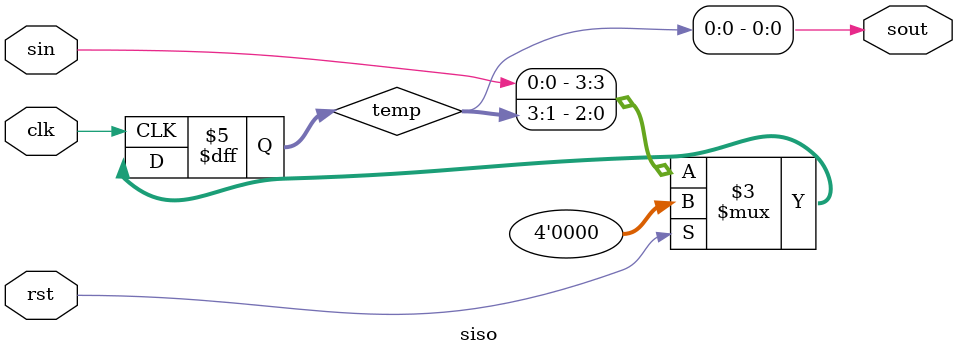
<source format=v>
module siso(clk,rst,sin,sout);
  input clk,rst,sin;
  output sout;
  reg [3:0] temp;
  assign sout=temp[0];
  always @(posedge clk)
    begin
      if (rst)
        temp<=0;
      else 
        temp<={sin,temp[3:1]};
    end
endmodule
</source>
